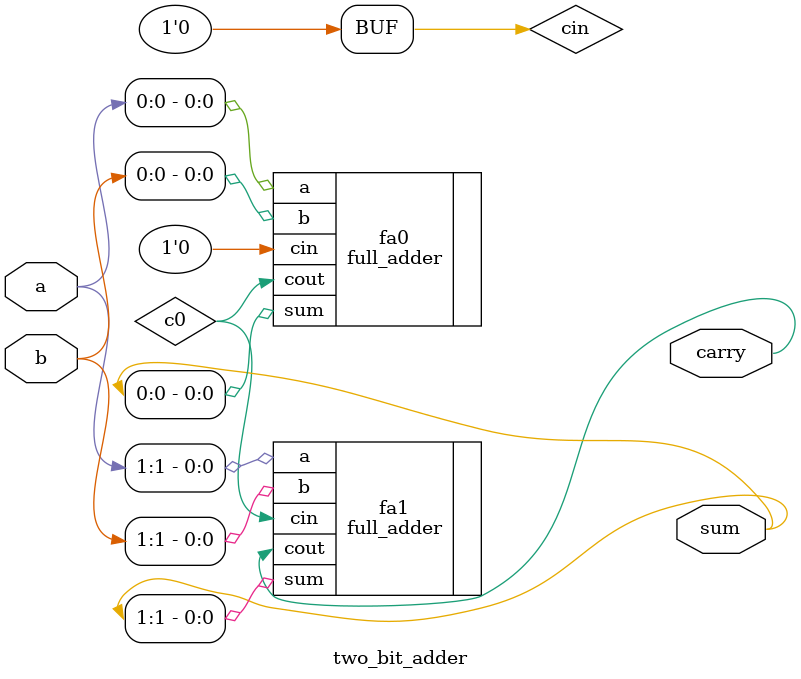
<source format=v>
module two_bit_adder (
  a,
  b,
  sum,
  carry
);

  input [1:0] a, b;
  output [1:0] sum;
  output carry;

  wire cin;
  assign cin = 0;

  full_adder fa0(.a(a[0]), .b(b[0]), .cin(cin), .sum(sum[0]), .cout(c0));
  full_adder fa1(.a(a[1]), .b(b[1]), .cin(c0), .sum(sum[1]), .cout(carry));

endmodule

</source>
